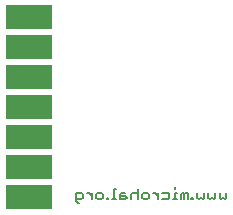
<source format=gbs>
G75*
%MOIN*%
%OFA0B0*%
%FSLAX25Y25*%
%IPPOS*%
%LPD*%
%AMOC8*
5,1,8,0,0,1.08239X$1,22.5*
%
%ADD10C,0.00600*%
%ADD11R,0.15800X0.08400*%
D10*
X0036051Y0021835D02*
X0036618Y0021268D01*
X0037185Y0021268D01*
X0037752Y0022402D02*
X0036051Y0022402D01*
X0036051Y0021835D02*
X0036051Y0024671D01*
X0037752Y0024671D01*
X0038319Y0024103D01*
X0038319Y0022969D01*
X0037752Y0022402D01*
X0039687Y0024671D02*
X0040254Y0024671D01*
X0041388Y0023536D01*
X0041388Y0022402D02*
X0041388Y0024671D01*
X0042803Y0024103D02*
X0042803Y0022969D01*
X0043370Y0022402D01*
X0044504Y0022402D01*
X0045072Y0022969D01*
X0045072Y0024103D01*
X0044504Y0024671D01*
X0043370Y0024671D01*
X0042803Y0024103D01*
X0046346Y0022969D02*
X0046346Y0022402D01*
X0046913Y0022402D01*
X0046913Y0022969D01*
X0046346Y0022969D01*
X0048234Y0022402D02*
X0049369Y0022402D01*
X0048801Y0022402D02*
X0048801Y0025805D01*
X0049369Y0025805D01*
X0050783Y0024103D02*
X0050783Y0022402D01*
X0052485Y0022402D01*
X0053052Y0022969D01*
X0052485Y0023536D01*
X0050783Y0023536D01*
X0050783Y0024103D02*
X0051350Y0024671D01*
X0052485Y0024671D01*
X0054466Y0024103D02*
X0054466Y0022402D01*
X0054466Y0024103D02*
X0055033Y0024671D01*
X0056168Y0024671D01*
X0056735Y0024103D01*
X0058149Y0024103D02*
X0058149Y0022969D01*
X0058717Y0022402D01*
X0059851Y0022402D01*
X0060418Y0022969D01*
X0060418Y0024103D01*
X0059851Y0024671D01*
X0058717Y0024671D01*
X0058149Y0024103D01*
X0056735Y0022402D02*
X0056735Y0025805D01*
X0061786Y0024671D02*
X0062353Y0024671D01*
X0063487Y0023536D01*
X0063487Y0022402D02*
X0063487Y0024671D01*
X0064902Y0024671D02*
X0066603Y0024671D01*
X0067170Y0024103D01*
X0067170Y0022969D01*
X0066603Y0022402D01*
X0064902Y0022402D01*
X0068492Y0022402D02*
X0069626Y0022402D01*
X0069059Y0022402D02*
X0069059Y0024671D01*
X0069626Y0024671D01*
X0069059Y0025805D02*
X0069059Y0026372D01*
X0071040Y0024103D02*
X0071040Y0022402D01*
X0072175Y0022402D02*
X0072175Y0024103D01*
X0071608Y0024671D01*
X0071040Y0024103D01*
X0072175Y0024103D02*
X0072742Y0024671D01*
X0073309Y0024671D01*
X0073309Y0022402D01*
X0074583Y0022402D02*
X0074583Y0022969D01*
X0075151Y0022969D01*
X0075151Y0022402D01*
X0074583Y0022402D01*
X0076565Y0022969D02*
X0076565Y0024671D01*
X0076565Y0022969D02*
X0077132Y0022402D01*
X0077699Y0022969D01*
X0078267Y0022402D01*
X0078834Y0022969D01*
X0078834Y0024671D01*
X0080248Y0024671D02*
X0080248Y0022969D01*
X0080815Y0022402D01*
X0081383Y0022969D01*
X0081950Y0022402D01*
X0082517Y0022969D01*
X0082517Y0024671D01*
X0083931Y0024671D02*
X0083931Y0022969D01*
X0084499Y0022402D01*
X0085066Y0022969D01*
X0085633Y0022402D01*
X0086200Y0022969D01*
X0086200Y0024671D01*
D11*
X0020500Y0023102D03*
X0020500Y0033102D03*
X0020500Y0043102D03*
X0020500Y0053102D03*
X0020500Y0063102D03*
X0020500Y0073102D03*
X0020500Y0083102D03*
M02*

</source>
